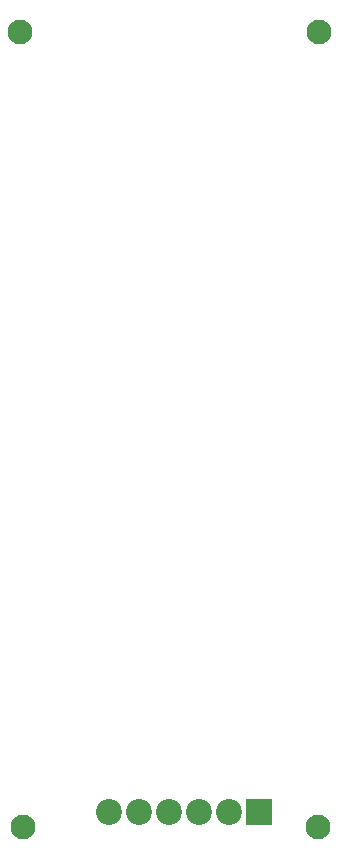
<source format=gbs>
%TF.GenerationSoftware,KiCad,Pcbnew,(5.1.12)-1*%
%TF.CreationDate,2022-08-18T11:29:56-07:00*%
%TF.ProjectId,HighPressureSensorArray,48696768-5072-4657-9373-75726553656e,rev?*%
%TF.SameCoordinates,Original*%
%TF.FileFunction,Soldermask,Bot*%
%TF.FilePolarity,Negative*%
%FSLAX46Y46*%
G04 Gerber Fmt 4.6, Leading zero omitted, Abs format (unit mm)*
G04 Created by KiCad (PCBNEW (5.1.12)-1) date 2022-08-18 11:29:56*
%MOMM*%
%LPD*%
G01*
G04 APERTURE LIST*
%ADD10C,2.100000*%
%ADD11R,2.200000X2.200000*%
%ADD12C,2.200000*%
G04 APERTURE END LIST*
D10*
X116800000Y-27700000D03*
X142100000Y-27700000D03*
X142000000Y-95000000D03*
X117000000Y-95000000D03*
D11*
X137000000Y-93750000D03*
D12*
X134460000Y-93750000D03*
X131920000Y-93750000D03*
X129380000Y-93750000D03*
X126840000Y-93750000D03*
X124300000Y-93750000D03*
M02*

</source>
